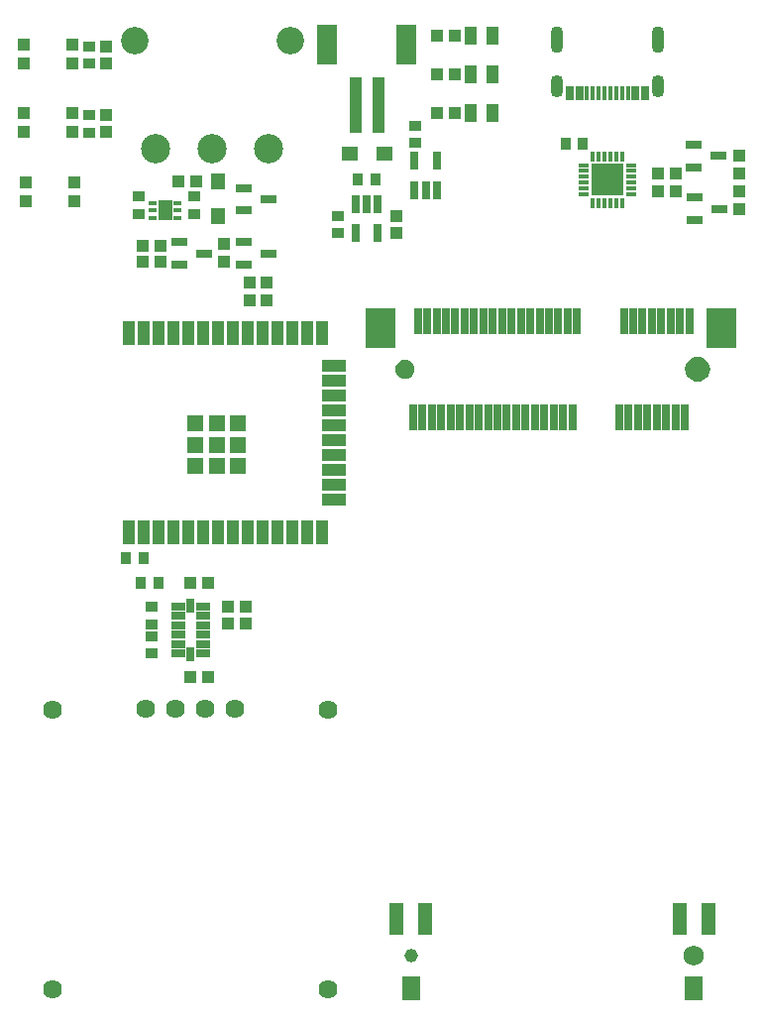
<source format=gts>
G04*
G04 #@! TF.GenerationSoftware,Altium Limited,Altium Designer,22.0.2 (36)*
G04*
G04 Layer_Color=8388736*
%FSLAX25Y25*%
%MOIN*%
G70*
G04*
G04 #@! TF.SameCoordinates,193994FF-6EAD-4761-9CDB-36F61985EFD9*
G04*
G04*
G04 #@! TF.FilePolarity,Negative*
G04*
G01*
G75*
%ADD17R,0.03937X0.04134*%
%ADD18R,0.04331X0.03740*%
%ADD19R,0.03740X0.04331*%
%ADD20R,0.05630X0.05630*%
%ADD21R,0.03937X0.08268*%
%ADD22R,0.08268X0.03937*%
%ADD23R,0.02894X0.08694*%
%ADD24R,0.09994X0.13594*%
%ADD25O,0.01496X0.03543*%
%ADD26O,0.03543X0.01496*%
%ADD27R,0.11024X0.11024*%
%ADD28R,0.04134X0.05906*%
%ADD29R,0.02953X0.01772*%
%ADD30R,0.04724X0.07087*%
%ADD31R,0.04134X0.03937*%
%ADD32R,0.04902X0.02559*%
%ADD33R,0.02559X0.04902*%
%ADD34R,0.06299X0.07874*%
%ADD35R,0.05118X0.11024*%
%ADD36R,0.02756X0.05118*%
%ADD37R,0.01575X0.05118*%
%ADD38R,0.02756X0.05906*%
%ADD39R,0.04803X0.05276*%
%ADD40R,0.05315X0.02756*%
%ADD41R,0.03937X0.04331*%
%ADD42R,0.05276X0.04803*%
%ADD43R,0.04331X0.18504*%
%ADD44R,0.06693X0.13780*%
%ADD45C,0.06795*%
%ADD46C,0.04795*%
%ADD47C,0.06394*%
%ADD48C,0.09843*%
%ADD49C,0.09252*%
%ADD50C,0.04528*%
%ADD51C,0.06902*%
%ADD52O,0.04331X0.09055*%
%ADD53O,0.04331X0.07480*%
G36*
X137636Y226514D02*
X138471Y226624D01*
X139250Y226946D01*
X139918Y227459D01*
X140431Y228128D01*
X140753Y228906D01*
X140864Y229742D01*
X140753Y230577D01*
X140431Y231356D01*
X139918Y232024D01*
X139250Y232537D01*
X138471Y232859D01*
X137636Y232969D01*
D01*
X136801Y232859D01*
X136022Y232537D01*
X135354Y232024D01*
X134841Y231356D01*
X134518Y230577D01*
X134408Y229742D01*
X134518Y228906D01*
X134841Y228128D01*
X135354Y227459D01*
X136022Y226946D01*
X136801Y226624D01*
X137636Y226514D01*
D01*
D02*
G37*
G36*
X236061Y225506D02*
X237158Y225650D01*
X238179Y226073D01*
X239056Y226747D01*
X239730Y227624D01*
X240153Y228646D01*
X240297Y229742D01*
X240153Y230838D01*
X239730Y231860D01*
X239056Y232737D01*
X238179Y233411D01*
X237158Y233834D01*
X236061Y233978D01*
D01*
X234965Y233834D01*
X233943Y233411D01*
X233066Y232737D01*
X232392Y231860D01*
X231969Y230838D01*
X231825Y229742D01*
X231969Y228646D01*
X232392Y227624D01*
X233066Y226747D01*
X233943Y226073D01*
X234965Y225650D01*
X236061Y225506D01*
D01*
D02*
G37*
D17*
X71467Y126129D02*
D03*
X65561D02*
D03*
X84014Y144329D02*
D03*
X78108D02*
D03*
X84061Y149929D02*
D03*
X78156D02*
D03*
X71467Y158029D02*
D03*
X65561D02*
D03*
X148408Y341917D02*
D03*
X154314D02*
D03*
Y328917D02*
D03*
X148408D02*
D03*
X154314Y315917D02*
D03*
X148408D02*
D03*
X91167Y252829D02*
D03*
X85261D02*
D03*
X85261Y258829D02*
D03*
X91167D02*
D03*
X49531Y265864D02*
D03*
X55436D02*
D03*
X49531Y271264D02*
D03*
X55436D02*
D03*
X61344Y292929D02*
D03*
X67249D02*
D03*
D18*
X52461Y134155D02*
D03*
Y140060D02*
D03*
X31261Y315283D02*
D03*
Y309378D02*
D03*
Y338385D02*
D03*
Y332479D02*
D03*
X52461Y143997D02*
D03*
Y149903D02*
D03*
X66796Y281929D02*
D03*
Y287834D02*
D03*
X140961Y305776D02*
D03*
Y311682D02*
D03*
X115061Y275486D02*
D03*
Y281392D02*
D03*
X48096Y282035D02*
D03*
Y287941D02*
D03*
D19*
X54753Y158000D02*
D03*
X48847D02*
D03*
X49782Y166093D02*
D03*
X43876D02*
D03*
X191634Y305610D02*
D03*
X197539D02*
D03*
X127801Y293429D02*
D03*
X121895D02*
D03*
D20*
X81396Y211444D02*
D03*
X74309D02*
D03*
X67223D02*
D03*
X81396Y204357D02*
D03*
X74309D02*
D03*
X67223D02*
D03*
X81396Y197271D02*
D03*
X74309D02*
D03*
X67223D02*
D03*
D21*
X44782Y241759D02*
D03*
X49782D02*
D03*
X54782D02*
D03*
X59782D02*
D03*
X64782D02*
D03*
X69782D02*
D03*
X74782D02*
D03*
X79782D02*
D03*
X84782D02*
D03*
X89782D02*
D03*
X94782D02*
D03*
X99782D02*
D03*
X104782D02*
D03*
X109782D02*
D03*
Y174830D02*
D03*
X104782D02*
D03*
X99782D02*
D03*
X94782D02*
D03*
X89782D02*
D03*
X84782D02*
D03*
X79782D02*
D03*
X74782D02*
D03*
X69782D02*
D03*
X64782D02*
D03*
X59782D02*
D03*
X54782D02*
D03*
X49782D02*
D03*
X44782D02*
D03*
D22*
X113719Y230794D02*
D03*
Y225794D02*
D03*
Y220794D02*
D03*
Y215794D02*
D03*
Y210794D02*
D03*
Y205794D02*
D03*
Y200794D02*
D03*
Y195794D02*
D03*
Y190794D02*
D03*
Y185794D02*
D03*
D23*
X195510Y245883D02*
D03*
X179762D02*
D03*
X167164D02*
D03*
X173463D02*
D03*
X192360D02*
D03*
X186061D02*
D03*
X182912D02*
D03*
X189211D02*
D03*
X170313D02*
D03*
X176612D02*
D03*
X164014D02*
D03*
X231730Y213600D02*
D03*
X228581D02*
D03*
X225431D02*
D03*
X219132D02*
D03*
X212833D02*
D03*
X209683D02*
D03*
X222282D02*
D03*
X215982D02*
D03*
X211258Y245883D02*
D03*
X214408D02*
D03*
X220707D02*
D03*
X230156D02*
D03*
X223856D02*
D03*
X217557D02*
D03*
X233305D02*
D03*
X227006D02*
D03*
X143542Y213600D02*
D03*
X146691D02*
D03*
X156140D02*
D03*
X162439D02*
D03*
X140392D02*
D03*
X159290D02*
D03*
X152990D02*
D03*
X165589D02*
D03*
X149841D02*
D03*
X154565Y245883D02*
D03*
X145116D02*
D03*
X148266D02*
D03*
X160864D02*
D03*
X157715D02*
D03*
X151416D02*
D03*
X141967D02*
D03*
X168738Y213600D02*
D03*
X190786D02*
D03*
X187636D02*
D03*
X184486D02*
D03*
X193935D02*
D03*
X175038D02*
D03*
X171888D02*
D03*
X181337D02*
D03*
X178187D02*
D03*
D24*
X244230Y243521D02*
D03*
X129467D02*
D03*
D25*
X210672Y301329D02*
D03*
X208705D02*
D03*
X206735D02*
D03*
X204768D02*
D03*
X202799D02*
D03*
X200831D02*
D03*
Y285581D02*
D03*
X202799D02*
D03*
X204768D02*
D03*
X206735D02*
D03*
X208705D02*
D03*
X210642D02*
D03*
D26*
X197879Y298375D02*
D03*
X197879Y296407D02*
D03*
X197879Y294438D02*
D03*
X197879Y292470D02*
D03*
X197879Y290501D02*
D03*
X197879Y288533D02*
D03*
X213627D02*
D03*
X213627Y290501D02*
D03*
X213627Y292470D02*
D03*
X213627Y294438D02*
D03*
X213627Y296407D02*
D03*
X213627Y298375D02*
D03*
D27*
X205704Y293455D02*
D03*
D28*
X167170Y315917D02*
D03*
X159689D02*
D03*
X167170Y328917D02*
D03*
X159689D02*
D03*
Y341917D02*
D03*
X167170D02*
D03*
D29*
X61097Y280570D02*
D03*
Y283129D02*
D03*
Y285688D02*
D03*
X52829D02*
D03*
Y283129D02*
D03*
Y280570D02*
D03*
D30*
X56963Y283129D02*
D03*
D31*
X37061Y315382D02*
D03*
Y309476D02*
D03*
Y338385D02*
D03*
Y332479D02*
D03*
X76895Y265865D02*
D03*
Y271770D02*
D03*
X222861Y289576D02*
D03*
Y295481D02*
D03*
X249977Y301408D02*
D03*
Y295502D02*
D03*
X228861Y295481D02*
D03*
Y289576D02*
D03*
X249977Y283676D02*
D03*
Y289581D02*
D03*
X134661Y281392D02*
D03*
Y275486D02*
D03*
D32*
X61242Y149903D02*
D03*
Y146753D02*
D03*
Y143604D02*
D03*
Y140454D02*
D03*
Y137304D02*
D03*
Y134155D02*
D03*
X69880D02*
D03*
Y137304D02*
D03*
Y140454D02*
D03*
Y143604D02*
D03*
Y146753D02*
D03*
Y149903D02*
D03*
D33*
X65561Y133769D02*
D03*
Y150289D02*
D03*
D34*
X234893Y21712D02*
D03*
X139617D02*
D03*
D35*
X239814Y44941D02*
D03*
X229971D02*
D03*
X134696D02*
D03*
X144538D02*
D03*
D36*
X193154Y322519D02*
D03*
X196304D02*
D03*
X215201D02*
D03*
X218351D02*
D03*
D37*
X198863D02*
D03*
X200831D02*
D03*
X202800D02*
D03*
X204768D02*
D03*
X206737D02*
D03*
X208705D02*
D03*
X210674D02*
D03*
X212642D02*
D03*
D38*
X128490Y275486D02*
D03*
X121010D02*
D03*
Y285329D02*
D03*
X124750D02*
D03*
X128490D02*
D03*
X140881Y299871D02*
D03*
X148361D02*
D03*
Y290029D02*
D03*
X144621D02*
D03*
X140881D02*
D03*
D39*
X74597Y281150D02*
D03*
Y292962D02*
D03*
D40*
X91764Y286869D02*
D03*
X83496Y283109D02*
D03*
Y290629D02*
D03*
Y272489D02*
D03*
Y264969D02*
D03*
X91764Y268729D02*
D03*
X61831Y272489D02*
D03*
Y264969D02*
D03*
X70098Y268729D02*
D03*
X243144Y301408D02*
D03*
X234877Y297648D02*
D03*
Y305167D02*
D03*
X243252Y283676D02*
D03*
X234984Y279916D02*
D03*
Y287436D02*
D03*
D41*
X25632Y315778D02*
D03*
X9490D02*
D03*
Y309479D02*
D03*
X25632D02*
D03*
Y332479D02*
D03*
X9490D02*
D03*
Y338778D02*
D03*
X25632D02*
D03*
X10190Y292678D02*
D03*
X26332D02*
D03*
Y286379D02*
D03*
X10190D02*
D03*
D42*
X119041Y302129D02*
D03*
X130852D02*
D03*
D43*
X120911Y318412D02*
D03*
X128785D02*
D03*
D44*
X111462Y338885D02*
D03*
X138234D02*
D03*
D45*
X236061Y229742D02*
D03*
D46*
X137636Y229742D02*
D03*
D47*
X111700Y21400D02*
D03*
X19180D02*
D03*
X111700Y115101D02*
D03*
X19180D02*
D03*
X80440Y115707D02*
D03*
X70440Y115495D02*
D03*
X60440D02*
D03*
X50440D02*
D03*
D48*
X53861Y303893D02*
D03*
X72759D02*
D03*
X91656D02*
D03*
D49*
X46578Y340114D02*
D03*
X98940D02*
D03*
D50*
X139617Y32539D02*
D03*
D51*
X234893D02*
D03*
D52*
X188745Y340629D02*
D03*
X222761D02*
D03*
D53*
X222761Y324881D02*
D03*
X188745D02*
D03*
M02*

</source>
